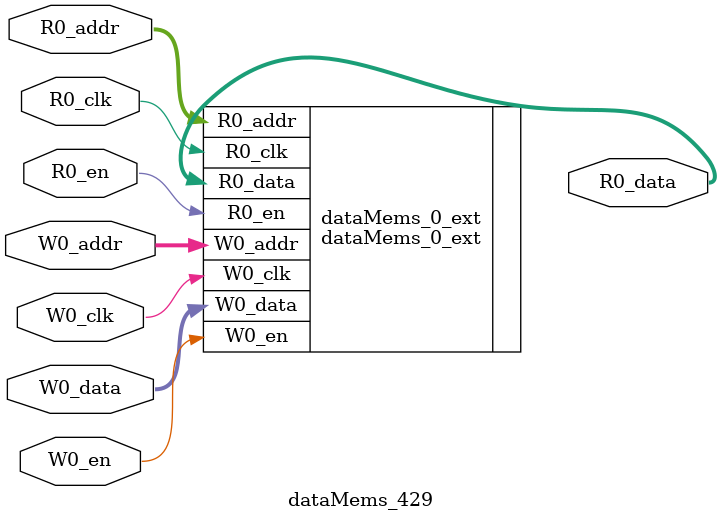
<source format=sv>
`ifndef RANDOMIZE
  `ifdef RANDOMIZE_REG_INIT
    `define RANDOMIZE
  `endif // RANDOMIZE_REG_INIT
`endif // not def RANDOMIZE
`ifndef RANDOMIZE
  `ifdef RANDOMIZE_MEM_INIT
    `define RANDOMIZE
  `endif // RANDOMIZE_MEM_INIT
`endif // not def RANDOMIZE

`ifndef RANDOM
  `define RANDOM $random
`endif // not def RANDOM

// Users can define 'PRINTF_COND' to add an extra gate to prints.
`ifndef PRINTF_COND_
  `ifdef PRINTF_COND
    `define PRINTF_COND_ (`PRINTF_COND)
  `else  // PRINTF_COND
    `define PRINTF_COND_ 1
  `endif // PRINTF_COND
`endif // not def PRINTF_COND_

// Users can define 'ASSERT_VERBOSE_COND' to add an extra gate to assert error printing.
`ifndef ASSERT_VERBOSE_COND_
  `ifdef ASSERT_VERBOSE_COND
    `define ASSERT_VERBOSE_COND_ (`ASSERT_VERBOSE_COND)
  `else  // ASSERT_VERBOSE_COND
    `define ASSERT_VERBOSE_COND_ 1
  `endif // ASSERT_VERBOSE_COND
`endif // not def ASSERT_VERBOSE_COND_

// Users can define 'STOP_COND' to add an extra gate to stop conditions.
`ifndef STOP_COND_
  `ifdef STOP_COND
    `define STOP_COND_ (`STOP_COND)
  `else  // STOP_COND
    `define STOP_COND_ 1
  `endif // STOP_COND
`endif // not def STOP_COND_

// Users can define INIT_RANDOM as general code that gets injected into the
// initializer block for modules with registers.
`ifndef INIT_RANDOM
  `define INIT_RANDOM
`endif // not def INIT_RANDOM

// If using random initialization, you can also define RANDOMIZE_DELAY to
// customize the delay used, otherwise 0.002 is used.
`ifndef RANDOMIZE_DELAY
  `define RANDOMIZE_DELAY 0.002
`endif // not def RANDOMIZE_DELAY

// Define INIT_RANDOM_PROLOG_ for use in our modules below.
`ifndef INIT_RANDOM_PROLOG_
  `ifdef RANDOMIZE
    `ifdef VERILATOR
      `define INIT_RANDOM_PROLOG_ `INIT_RANDOM
    `else  // VERILATOR
      `define INIT_RANDOM_PROLOG_ `INIT_RANDOM #`RANDOMIZE_DELAY begin end
    `endif // VERILATOR
  `else  // RANDOMIZE
    `define INIT_RANDOM_PROLOG_
  `endif // RANDOMIZE
`endif // not def INIT_RANDOM_PROLOG_

// Include register initializers in init blocks unless synthesis is set
`ifndef SYNTHESIS
  `ifndef ENABLE_INITIAL_REG_
    `define ENABLE_INITIAL_REG_
  `endif // not def ENABLE_INITIAL_REG_
`endif // not def SYNTHESIS

// Include rmemory initializers in init blocks unless synthesis is set
`ifndef SYNTHESIS
  `ifndef ENABLE_INITIAL_MEM_
    `define ENABLE_INITIAL_MEM_
  `endif // not def ENABLE_INITIAL_MEM_
`endif // not def SYNTHESIS

module dataMems_429(	// @[generators/ara/src/main/scala/UnsafeAXI4ToTL.scala:365:62]
  input  [4:0]  R0_addr,
  input         R0_en,
  input         R0_clk,
  output [66:0] R0_data,
  input  [4:0]  W0_addr,
  input         W0_en,
  input         W0_clk,
  input  [66:0] W0_data
);

  dataMems_0_ext dataMems_0_ext (	// @[generators/ara/src/main/scala/UnsafeAXI4ToTL.scala:365:62]
    .R0_addr (R0_addr),
    .R0_en   (R0_en),
    .R0_clk  (R0_clk),
    .R0_data (R0_data),
    .W0_addr (W0_addr),
    .W0_en   (W0_en),
    .W0_clk  (W0_clk),
    .W0_data (W0_data)
  );
endmodule


</source>
